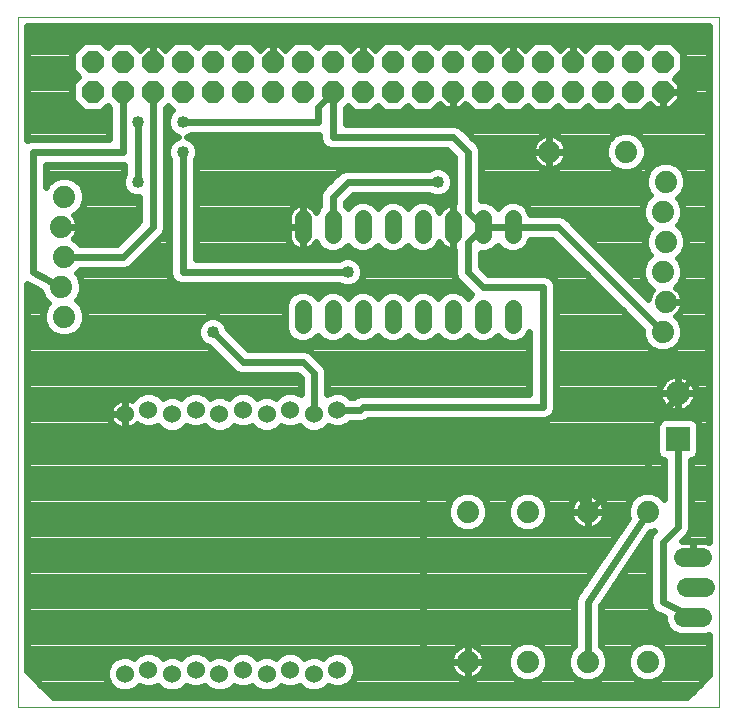
<source format=gtl>
G75*
%MOIN*%
%OFA0B0*%
%FSLAX25Y25*%
%IPPOS*%
%LPD*%
%AMOC8*
5,1,8,0,0,1.08239X$1,22.5*
%
%ADD10C,0.00000*%
%ADD11C,0.07400*%
%ADD12C,0.05600*%
%ADD13OC8,0.07400*%
%ADD14R,0.08000X0.08000*%
%ADD15C,0.08000*%
%ADD16C,0.06400*%
%ADD17C,0.06000*%
%ADD18C,0.02400*%
%ADD19C,0.04000*%
D10*
X0002200Y0002200D02*
X0002200Y0232161D01*
X0235901Y0232161D01*
X0235901Y0002200D01*
X0002200Y0002200D01*
D11*
X0017700Y0132200D03*
X0016700Y0142200D03*
X0017700Y0152200D03*
X0016700Y0162200D03*
X0017700Y0172200D03*
X0152200Y0067200D03*
X0172200Y0067200D03*
X0192200Y0067200D03*
X0212200Y0067200D03*
X0212200Y0017200D03*
X0192200Y0017200D03*
X0172200Y0017200D03*
X0152200Y0017200D03*
X0217200Y0127200D03*
X0218200Y0137200D03*
X0217200Y0147200D03*
X0218200Y0157200D03*
X0217200Y0167200D03*
X0218200Y0177200D03*
X0204995Y0187200D03*
X0179405Y0187200D03*
D12*
X0167200Y0165000D02*
X0167200Y0159400D01*
X0157200Y0159400D02*
X0157200Y0165000D01*
X0147200Y0165000D02*
X0147200Y0159400D01*
X0137200Y0159400D02*
X0137200Y0165000D01*
X0127200Y0165000D02*
X0127200Y0159400D01*
X0117200Y0159400D02*
X0117200Y0165000D01*
X0107200Y0165000D02*
X0107200Y0159400D01*
X0097200Y0159400D02*
X0097200Y0165000D01*
X0097200Y0135000D02*
X0097200Y0129400D01*
X0107200Y0129400D02*
X0107200Y0135000D01*
X0117200Y0135000D02*
X0117200Y0129400D01*
X0127200Y0129400D02*
X0127200Y0135000D01*
X0137200Y0135000D02*
X0137200Y0129400D01*
X0147200Y0129400D02*
X0147200Y0135000D01*
X0157200Y0135000D02*
X0157200Y0129400D01*
X0167200Y0129400D02*
X0167200Y0135000D01*
D13*
X0167200Y0207200D03*
X0167200Y0217200D03*
X0157200Y0217200D03*
X0157200Y0207200D03*
X0147200Y0207200D03*
X0147200Y0217200D03*
X0137200Y0217200D03*
X0137200Y0207200D03*
X0127200Y0207200D03*
X0127200Y0217200D03*
X0117200Y0217200D03*
X0117200Y0207200D03*
X0107200Y0207200D03*
X0107200Y0217200D03*
X0097200Y0217200D03*
X0097200Y0207200D03*
X0087200Y0207200D03*
X0087200Y0217200D03*
X0077200Y0217200D03*
X0077200Y0207200D03*
X0067200Y0207200D03*
X0067200Y0217200D03*
X0057200Y0217200D03*
X0057200Y0207200D03*
X0047200Y0207200D03*
X0047200Y0217200D03*
X0037200Y0217200D03*
X0037200Y0207200D03*
X0027200Y0207200D03*
X0027200Y0217200D03*
X0177200Y0217200D03*
X0177200Y0207200D03*
X0187200Y0207200D03*
X0187200Y0217200D03*
X0197200Y0217200D03*
X0197200Y0207200D03*
X0207200Y0207200D03*
X0207200Y0217200D03*
X0217200Y0217200D03*
X0217200Y0207200D03*
D14*
X0222200Y0091500D03*
D15*
X0222200Y0106680D03*
D16*
X0224000Y0052200D02*
X0230400Y0052200D01*
X0231400Y0042200D02*
X0225000Y0042200D01*
X0224000Y0032200D02*
X0230400Y0032200D01*
D17*
X0108814Y0014593D03*
X0100940Y0013193D03*
X0093066Y0014593D03*
X0085192Y0013193D03*
X0077318Y0014593D03*
X0069444Y0013193D03*
X0061570Y0014593D03*
X0053696Y0013193D03*
X0045822Y0014593D03*
X0037948Y0013193D03*
X0037948Y0099807D03*
X0045822Y0101207D03*
X0053696Y0099807D03*
X0061570Y0101207D03*
X0069444Y0099807D03*
X0077318Y0101207D03*
X0085192Y0099807D03*
X0093066Y0101207D03*
X0100940Y0099807D03*
X0108814Y0101207D03*
D18*
X0116207Y0101207D01*
X0117200Y0102200D01*
X0177200Y0102200D01*
X0177200Y0142200D01*
X0157200Y0142200D01*
X0152200Y0147200D01*
X0152200Y0157200D01*
X0157200Y0162200D01*
X0152200Y0167200D01*
X0152200Y0187200D01*
X0147200Y0192200D01*
X0107200Y0192200D01*
X0107200Y0207200D01*
X0102200Y0202200D01*
X0102200Y0197200D01*
X0057200Y0197200D01*
X0053644Y0200998D02*
X0052792Y0200146D01*
X0052000Y0198234D01*
X0052000Y0196166D01*
X0052792Y0194254D01*
X0054254Y0192792D01*
X0055683Y0192200D01*
X0054254Y0191608D01*
X0052792Y0190146D01*
X0052000Y0188234D01*
X0052000Y0186166D01*
X0052792Y0184254D01*
X0052800Y0184246D01*
X0052800Y0146325D01*
X0053470Y0144708D01*
X0054708Y0143470D01*
X0056325Y0142800D01*
X0109246Y0142800D01*
X0109254Y0142792D01*
X0111166Y0142000D01*
X0113234Y0142000D01*
X0115146Y0142792D01*
X0116608Y0144254D01*
X0117400Y0146166D01*
X0117400Y0148234D01*
X0116608Y0150146D01*
X0115146Y0151608D01*
X0113234Y0152400D01*
X0111166Y0152400D01*
X0109254Y0151608D01*
X0109246Y0151600D01*
X0061600Y0151600D01*
X0061600Y0184246D01*
X0061608Y0184254D01*
X0062400Y0186166D01*
X0062400Y0188234D01*
X0061608Y0190146D01*
X0060146Y0191608D01*
X0058717Y0192200D01*
X0060146Y0192792D01*
X0060154Y0192800D01*
X0102800Y0192800D01*
X0102800Y0191325D01*
X0103470Y0189708D01*
X0104708Y0188470D01*
X0106325Y0187800D01*
X0145377Y0187800D01*
X0147800Y0185377D01*
X0147800Y0169967D01*
X0147594Y0170000D01*
X0147200Y0170000D01*
X0147200Y0162200D01*
X0147200Y0162200D01*
X0147200Y0154400D01*
X0147594Y0154400D01*
X0147800Y0154433D01*
X0147800Y0146325D01*
X0148470Y0144708D01*
X0153446Y0139731D01*
X0152200Y0138485D01*
X0150599Y0140087D01*
X0148393Y0141000D01*
X0146007Y0141000D01*
X0143801Y0140087D01*
X0142200Y0138485D01*
X0140599Y0140087D01*
X0138393Y0141000D01*
X0136007Y0141000D01*
X0133801Y0140087D01*
X0132200Y0138485D01*
X0130599Y0140087D01*
X0128393Y0141000D01*
X0126007Y0141000D01*
X0123801Y0140087D01*
X0122200Y0138485D01*
X0120599Y0140087D01*
X0118393Y0141000D01*
X0116007Y0141000D01*
X0113801Y0140087D01*
X0112200Y0138485D01*
X0110599Y0140087D01*
X0108393Y0141000D01*
X0106007Y0141000D01*
X0103801Y0140087D01*
X0102200Y0138485D01*
X0100599Y0140087D01*
X0098393Y0141000D01*
X0096007Y0141000D01*
X0093801Y0140087D01*
X0092113Y0138399D01*
X0091200Y0136193D01*
X0091200Y0128207D01*
X0092113Y0126001D01*
X0093801Y0124313D01*
X0096007Y0123400D01*
X0098393Y0123400D01*
X0100599Y0124313D01*
X0102200Y0125915D01*
X0103801Y0124313D01*
X0106007Y0123400D01*
X0108393Y0123400D01*
X0110599Y0124313D01*
X0112200Y0125915D01*
X0113801Y0124313D01*
X0116007Y0123400D01*
X0118393Y0123400D01*
X0120599Y0124313D01*
X0122200Y0125915D01*
X0123801Y0124313D01*
X0126007Y0123400D01*
X0128393Y0123400D01*
X0130599Y0124313D01*
X0132200Y0125915D01*
X0133801Y0124313D01*
X0136007Y0123400D01*
X0138393Y0123400D01*
X0140599Y0124313D01*
X0142200Y0125915D01*
X0143801Y0124313D01*
X0146007Y0123400D01*
X0148393Y0123400D01*
X0150599Y0124313D01*
X0152200Y0125915D01*
X0153801Y0124313D01*
X0156007Y0123400D01*
X0158393Y0123400D01*
X0160599Y0124313D01*
X0162200Y0125915D01*
X0163801Y0124313D01*
X0166007Y0123400D01*
X0168393Y0123400D01*
X0170599Y0124313D01*
X0172287Y0126001D01*
X0172800Y0127241D01*
X0172800Y0106600D01*
X0116325Y0106600D01*
X0114708Y0105930D01*
X0114385Y0105607D01*
X0113182Y0105607D01*
X0112326Y0106463D01*
X0110047Y0107407D01*
X0107581Y0107407D01*
X0105340Y0106479D01*
X0105340Y0114335D01*
X0104670Y0115952D01*
X0103433Y0117190D01*
X0099692Y0120930D01*
X0098075Y0121600D01*
X0079023Y0121600D01*
X0072400Y0128223D01*
X0072400Y0128234D01*
X0071608Y0130146D01*
X0070146Y0131608D01*
X0068234Y0132400D01*
X0066166Y0132400D01*
X0064254Y0131608D01*
X0062792Y0130146D01*
X0062000Y0128234D01*
X0062000Y0126166D01*
X0062792Y0124254D01*
X0064254Y0122792D01*
X0066166Y0122000D01*
X0066177Y0122000D01*
X0073470Y0114708D01*
X0074708Y0113470D01*
X0076325Y0112800D01*
X0095377Y0112800D01*
X0096540Y0111637D01*
X0096540Y0106479D01*
X0094299Y0107407D01*
X0091833Y0107407D01*
X0089554Y0106463D01*
X0088315Y0105224D01*
X0086425Y0106007D01*
X0083959Y0106007D01*
X0082069Y0105224D01*
X0080830Y0106463D01*
X0078551Y0107407D01*
X0076085Y0107407D01*
X0073806Y0106463D01*
X0072567Y0105224D01*
X0070677Y0106007D01*
X0068211Y0106007D01*
X0066321Y0105224D01*
X0065082Y0106463D01*
X0062803Y0107407D01*
X0060337Y0107407D01*
X0058058Y0106463D01*
X0056819Y0105224D01*
X0054929Y0106007D01*
X0052463Y0106007D01*
X0050573Y0105224D01*
X0049334Y0106463D01*
X0047055Y0107407D01*
X0044589Y0107407D01*
X0042310Y0106463D01*
X0040566Y0104719D01*
X0040426Y0104381D01*
X0039944Y0104626D01*
X0039166Y0104879D01*
X0038357Y0105007D01*
X0037948Y0105007D01*
X0037539Y0105007D01*
X0036730Y0104879D01*
X0035952Y0104626D01*
X0035223Y0104255D01*
X0034560Y0103773D01*
X0033982Y0103195D01*
X0033501Y0102532D01*
X0033129Y0101803D01*
X0032876Y0101025D01*
X0032748Y0100216D01*
X0032748Y0099807D01*
X0032748Y0099398D01*
X0032876Y0098589D01*
X0033129Y0097811D01*
X0033501Y0097082D01*
X0033982Y0096420D01*
X0034560Y0095841D01*
X0035223Y0095360D01*
X0035952Y0094988D01*
X0036730Y0094735D01*
X0037539Y0094607D01*
X0037948Y0094607D01*
X0037948Y0099807D01*
X0037948Y0099807D01*
X0037948Y0094607D01*
X0038357Y0094607D01*
X0039166Y0094735D01*
X0039944Y0094988D01*
X0040673Y0095360D01*
X0041336Y0095841D01*
X0041878Y0096383D01*
X0042310Y0095951D01*
X0044589Y0095007D01*
X0047055Y0095007D01*
X0048945Y0095790D01*
X0050184Y0094551D01*
X0052463Y0093607D01*
X0054929Y0093607D01*
X0057208Y0094551D01*
X0058447Y0095790D01*
X0060337Y0095007D01*
X0062803Y0095007D01*
X0064693Y0095790D01*
X0065932Y0094551D01*
X0068211Y0093607D01*
X0070677Y0093607D01*
X0072956Y0094551D01*
X0074195Y0095790D01*
X0076085Y0095007D01*
X0078551Y0095007D01*
X0080441Y0095790D01*
X0081680Y0094551D01*
X0083959Y0093607D01*
X0086425Y0093607D01*
X0088704Y0094551D01*
X0089943Y0095790D01*
X0091833Y0095007D01*
X0094299Y0095007D01*
X0096189Y0095790D01*
X0097428Y0094551D01*
X0099707Y0093607D01*
X0102173Y0093607D01*
X0104452Y0094551D01*
X0105691Y0095790D01*
X0107581Y0095007D01*
X0110047Y0095007D01*
X0112326Y0095951D01*
X0113182Y0096807D01*
X0117082Y0096807D01*
X0118699Y0097477D01*
X0119023Y0097800D01*
X0178075Y0097800D01*
X0179692Y0098470D01*
X0180930Y0099708D01*
X0181600Y0101325D01*
X0181600Y0143075D01*
X0180930Y0144692D01*
X0179692Y0145930D01*
X0178075Y0146600D01*
X0159023Y0146600D01*
X0156600Y0149023D01*
X0156600Y0153400D01*
X0158393Y0153400D01*
X0160599Y0154313D01*
X0162200Y0155915D01*
X0163801Y0154313D01*
X0166007Y0153400D01*
X0168393Y0153400D01*
X0170599Y0154313D01*
X0172287Y0156001D01*
X0173032Y0157800D01*
X0180377Y0157800D01*
X0210300Y0127877D01*
X0210300Y0125827D01*
X0211350Y0123291D01*
X0213291Y0121350D01*
X0215827Y0120300D01*
X0218572Y0120300D01*
X0221109Y0121350D01*
X0223050Y0123291D01*
X0224100Y0125827D01*
X0224100Y0128572D01*
X0223050Y0131109D01*
X0221705Y0132453D01*
X0222044Y0132700D01*
X0222700Y0133356D01*
X0223246Y0134108D01*
X0223668Y0134935D01*
X0223955Y0135818D01*
X0224100Y0136736D01*
X0224100Y0137200D01*
X0224100Y0137664D01*
X0223955Y0138582D01*
X0223668Y0139465D01*
X0223246Y0140292D01*
X0222700Y0141044D01*
X0222044Y0141700D01*
X0221705Y0141947D01*
X0223050Y0143291D01*
X0224100Y0145827D01*
X0224100Y0148572D01*
X0223050Y0151109D01*
X0222458Y0151700D01*
X0224050Y0153291D01*
X0225100Y0155827D01*
X0225100Y0158572D01*
X0224050Y0161109D01*
X0222458Y0162700D01*
X0223050Y0163291D01*
X0224100Y0165827D01*
X0224100Y0168572D01*
X0223050Y0171109D01*
X0222458Y0171700D01*
X0224050Y0173291D01*
X0225100Y0175827D01*
X0225100Y0178572D01*
X0224050Y0181109D01*
X0222109Y0183050D01*
X0219572Y0184100D01*
X0216827Y0184100D01*
X0214291Y0183050D01*
X0212350Y0181109D01*
X0211300Y0178572D01*
X0211300Y0175827D01*
X0212350Y0173291D01*
X0212942Y0172700D01*
X0211350Y0171109D01*
X0210300Y0168572D01*
X0210300Y0165827D01*
X0211350Y0163291D01*
X0212942Y0161700D01*
X0212350Y0161109D01*
X0211300Y0158572D01*
X0211300Y0155827D01*
X0212350Y0153291D01*
X0212942Y0152700D01*
X0211350Y0151109D01*
X0210300Y0148572D01*
X0210300Y0145827D01*
X0211350Y0143291D01*
X0213291Y0141350D01*
X0213797Y0141141D01*
X0213700Y0141044D01*
X0213154Y0140292D01*
X0212732Y0139465D01*
X0212445Y0138582D01*
X0212390Y0138233D01*
X0185930Y0164692D01*
X0184692Y0165930D01*
X0183075Y0166600D01*
X0173032Y0166600D01*
X0172287Y0168399D01*
X0170599Y0170087D01*
X0168393Y0171000D01*
X0166007Y0171000D01*
X0163801Y0170087D01*
X0162200Y0168485D01*
X0160599Y0170087D01*
X0158393Y0171000D01*
X0156600Y0171000D01*
X0156600Y0188075D01*
X0155930Y0189692D01*
X0150930Y0194692D01*
X0149692Y0195930D01*
X0148075Y0196600D01*
X0111600Y0196600D01*
X0111600Y0201842D01*
X0112200Y0202442D01*
X0114342Y0200300D01*
X0120058Y0200300D01*
X0122200Y0202442D01*
X0124342Y0200300D01*
X0130058Y0200300D01*
X0132200Y0202442D01*
X0134342Y0200300D01*
X0140058Y0200300D01*
X0142907Y0203149D01*
X0144756Y0201300D01*
X0147200Y0201300D01*
X0149644Y0201300D01*
X0151493Y0203149D01*
X0154342Y0200300D01*
X0160058Y0200300D01*
X0162200Y0202442D01*
X0164342Y0200300D01*
X0170058Y0200300D01*
X0172200Y0202442D01*
X0174342Y0200300D01*
X0180058Y0200300D01*
X0182200Y0202442D01*
X0184342Y0200300D01*
X0190058Y0200300D01*
X0192200Y0202442D01*
X0194342Y0200300D01*
X0200058Y0200300D01*
X0202200Y0202442D01*
X0204342Y0200300D01*
X0210058Y0200300D01*
X0212907Y0203149D01*
X0214756Y0201300D01*
X0217200Y0201300D01*
X0219644Y0201300D01*
X0223100Y0204756D01*
X0223100Y0207200D01*
X0223100Y0209644D01*
X0221251Y0211493D01*
X0224100Y0214342D01*
X0224100Y0220058D01*
X0220058Y0224100D01*
X0214342Y0224100D01*
X0212200Y0221958D01*
X0210058Y0224100D01*
X0204342Y0224100D01*
X0202200Y0221958D01*
X0200058Y0224100D01*
X0194342Y0224100D01*
X0191493Y0221251D01*
X0189644Y0223100D01*
X0187200Y0223100D01*
X0187200Y0217200D01*
X0187200Y0217200D01*
X0187200Y0223100D01*
X0184756Y0223100D01*
X0182907Y0221251D01*
X0180058Y0224100D01*
X0174342Y0224100D01*
X0171493Y0221251D01*
X0169644Y0223100D01*
X0167200Y0223100D01*
X0167200Y0217200D01*
X0167200Y0217200D01*
X0167200Y0223100D01*
X0164756Y0223100D01*
X0162907Y0221251D01*
X0160058Y0224100D01*
X0154342Y0224100D01*
X0152200Y0221958D01*
X0150058Y0224100D01*
X0144342Y0224100D01*
X0142200Y0221958D01*
X0140058Y0224100D01*
X0134342Y0224100D01*
X0132200Y0221958D01*
X0130058Y0224100D01*
X0124342Y0224100D01*
X0121493Y0221251D01*
X0119644Y0223100D01*
X0117200Y0223100D01*
X0117200Y0217200D01*
X0117200Y0217200D01*
X0117200Y0223100D01*
X0114756Y0223100D01*
X0112907Y0221251D01*
X0110058Y0224100D01*
X0104342Y0224100D01*
X0102200Y0221958D01*
X0100058Y0224100D01*
X0094342Y0224100D01*
X0091493Y0221251D01*
X0089644Y0223100D01*
X0087200Y0223100D01*
X0087200Y0217200D01*
X0087200Y0217200D01*
X0087200Y0223100D01*
X0084756Y0223100D01*
X0082907Y0221251D01*
X0080058Y0224100D01*
X0074342Y0224100D01*
X0072200Y0221958D01*
X0070058Y0224100D01*
X0064342Y0224100D01*
X0062200Y0221958D01*
X0060058Y0224100D01*
X0054342Y0224100D01*
X0051493Y0221251D01*
X0049644Y0223100D01*
X0047200Y0223100D01*
X0047200Y0217200D01*
X0047200Y0217200D01*
X0047200Y0223100D01*
X0044756Y0223100D01*
X0042907Y0221251D01*
X0040058Y0224100D01*
X0034342Y0224100D01*
X0032200Y0221958D01*
X0030058Y0224100D01*
X0024342Y0224100D01*
X0020300Y0220058D01*
X0020300Y0214342D01*
X0022442Y0212200D01*
X0020300Y0210058D01*
X0020300Y0204342D01*
X0024342Y0200300D01*
X0030058Y0200300D01*
X0032200Y0202442D01*
X0032800Y0201842D01*
X0032800Y0191600D01*
X0006325Y0191600D01*
X0005400Y0191217D01*
X0005400Y0228961D01*
X0232701Y0228961D01*
X0232701Y0057088D01*
X0232473Y0057204D01*
X0231665Y0057467D01*
X0230825Y0057600D01*
X0227200Y0057600D01*
X0227200Y0052200D01*
X0227200Y0052200D01*
X0227200Y0057600D01*
X0223823Y0057600D01*
X0224692Y0058470D01*
X0225930Y0059708D01*
X0226600Y0061325D01*
X0226600Y0084300D01*
X0226837Y0084300D01*
X0228013Y0084787D01*
X0228913Y0085687D01*
X0229400Y0086863D01*
X0229400Y0096137D01*
X0228913Y0097313D01*
X0228013Y0098213D01*
X0226837Y0098700D01*
X0217563Y0098700D01*
X0216387Y0098213D01*
X0215487Y0097313D01*
X0215000Y0096137D01*
X0215000Y0086863D01*
X0215487Y0085687D01*
X0216387Y0084787D01*
X0217563Y0084300D01*
X0217800Y0084300D01*
X0217800Y0071358D01*
X0216109Y0073050D01*
X0213572Y0074100D01*
X0210827Y0074100D01*
X0208291Y0073050D01*
X0206350Y0071109D01*
X0205300Y0068572D01*
X0205300Y0065827D01*
X0205567Y0065183D01*
X0188781Y0040003D01*
X0188470Y0039692D01*
X0188300Y0039282D01*
X0188053Y0038912D01*
X0187968Y0038481D01*
X0187800Y0038075D01*
X0187800Y0037631D01*
X0187714Y0037195D01*
X0187800Y0036764D01*
X0187800Y0022558D01*
X0186350Y0021109D01*
X0185300Y0018572D01*
X0185300Y0015827D01*
X0186350Y0013291D01*
X0188291Y0011350D01*
X0190827Y0010300D01*
X0193572Y0010300D01*
X0196109Y0011350D01*
X0198050Y0013291D01*
X0199100Y0015827D01*
X0199100Y0018572D01*
X0198050Y0021109D01*
X0196600Y0022558D01*
X0196600Y0035868D01*
X0212888Y0060300D01*
X0213572Y0060300D01*
X0214435Y0060657D01*
X0213470Y0059692D01*
X0212800Y0058075D01*
X0212800Y0037356D01*
X0212749Y0036639D01*
X0212800Y0036486D01*
X0212800Y0036325D01*
X0213075Y0035660D01*
X0213303Y0034978D01*
X0213408Y0034857D01*
X0213470Y0034708D01*
X0213978Y0034199D01*
X0214449Y0033656D01*
X0214594Y0033584D01*
X0196600Y0033584D01*
X0196600Y0031185D02*
X0217600Y0031185D01*
X0217600Y0030927D02*
X0218574Y0028575D01*
X0220375Y0026774D01*
X0222727Y0025800D01*
X0231673Y0025800D01*
X0232701Y0026226D01*
X0232701Y0012701D01*
X0225400Y0005400D01*
X0014000Y0005400D01*
X0005400Y0014000D01*
X0005400Y0143175D01*
X0009800Y0140859D01*
X0009800Y0140827D01*
X0010850Y0138291D01*
X0012442Y0136700D01*
X0011850Y0136109D01*
X0010800Y0133572D01*
X0010800Y0130827D01*
X0011850Y0128291D01*
X0013791Y0126350D01*
X0016327Y0125300D01*
X0019072Y0125300D01*
X0021609Y0126350D01*
X0023550Y0128291D01*
X0024600Y0130827D01*
X0024600Y0133572D01*
X0023550Y0136109D01*
X0021958Y0137700D01*
X0022550Y0138291D01*
X0023600Y0140827D01*
X0023600Y0143572D01*
X0022550Y0146109D01*
X0021958Y0146700D01*
X0023058Y0147800D01*
X0038075Y0147800D01*
X0039692Y0148470D01*
X0049692Y0158470D01*
X0050930Y0159708D01*
X0051600Y0161325D01*
X0051600Y0201842D01*
X0052200Y0202442D01*
X0053644Y0200998D01*
X0053163Y0201479D02*
X0051600Y0201479D01*
X0051600Y0199081D02*
X0052351Y0199081D01*
X0052000Y0196682D02*
X0051600Y0196682D01*
X0051600Y0194284D02*
X0052779Y0194284D01*
X0051600Y0191885D02*
X0054923Y0191885D01*
X0052519Y0189487D02*
X0051600Y0189487D01*
X0051600Y0187088D02*
X0052000Y0187088D01*
X0051600Y0184690D02*
X0052611Y0184690D01*
X0052800Y0182291D02*
X0051600Y0182291D01*
X0051600Y0179893D02*
X0052800Y0179893D01*
X0052800Y0177494D02*
X0051600Y0177494D01*
X0051600Y0175096D02*
X0052800Y0175096D01*
X0052800Y0172697D02*
X0051600Y0172697D01*
X0051600Y0170299D02*
X0052800Y0170299D01*
X0052800Y0167900D02*
X0051600Y0167900D01*
X0051600Y0165502D02*
X0052800Y0165502D01*
X0052800Y0163103D02*
X0051600Y0163103D01*
X0051343Y0160705D02*
X0052800Y0160705D01*
X0052800Y0158306D02*
X0049529Y0158306D01*
X0047130Y0155908D02*
X0052800Y0155908D01*
X0052800Y0153509D02*
X0044732Y0153509D01*
X0042333Y0151111D02*
X0052800Y0151111D01*
X0052800Y0148712D02*
X0039935Y0148712D01*
X0037200Y0152200D02*
X0047200Y0162200D01*
X0047200Y0207200D01*
X0037200Y0207200D02*
X0037200Y0187200D01*
X0007200Y0187200D01*
X0007200Y0147200D01*
X0016700Y0142200D01*
X0010508Y0139118D02*
X0005400Y0139118D01*
X0005400Y0136720D02*
X0012422Y0136720D01*
X0011110Y0134321D02*
X0005400Y0134321D01*
X0005400Y0131923D02*
X0010800Y0131923D01*
X0011340Y0129524D02*
X0005400Y0129524D01*
X0005400Y0127126D02*
X0013016Y0127126D01*
X0005400Y0124727D02*
X0062596Y0124727D01*
X0062000Y0127126D02*
X0022384Y0127126D01*
X0024060Y0129524D02*
X0062534Y0129524D01*
X0065013Y0131923D02*
X0024600Y0131923D01*
X0024290Y0134321D02*
X0091200Y0134321D01*
X0091200Y0131923D02*
X0069387Y0131923D01*
X0071866Y0129524D02*
X0091200Y0129524D01*
X0091648Y0127126D02*
X0073497Y0127126D01*
X0075895Y0124727D02*
X0093388Y0124727D01*
X0101012Y0124727D02*
X0103388Y0124727D01*
X0100692Y0119930D02*
X0172800Y0119930D01*
X0172800Y0117532D02*
X0103091Y0117532D01*
X0105010Y0115133D02*
X0172800Y0115133D01*
X0172800Y0112734D02*
X0105340Y0112734D01*
X0105340Y0110336D02*
X0172800Y0110336D01*
X0172800Y0107937D02*
X0105340Y0107937D01*
X0100940Y0113460D02*
X0100940Y0099807D01*
X0096540Y0107937D02*
X0005400Y0107937D01*
X0005400Y0105539D02*
X0041386Y0105539D01*
X0037948Y0105007D02*
X0037948Y0099807D01*
X0032748Y0099807D01*
X0037948Y0099807D01*
X0037948Y0099807D01*
X0037948Y0105007D01*
X0037948Y0103140D02*
X0037948Y0103140D01*
X0037948Y0100742D02*
X0037948Y0100742D01*
X0037948Y0099807D02*
X0037948Y0099807D01*
X0037948Y0098343D02*
X0037948Y0098343D01*
X0037948Y0095945D02*
X0037948Y0095945D01*
X0034456Y0095945D02*
X0005400Y0095945D01*
X0005400Y0098343D02*
X0032956Y0098343D01*
X0032831Y0100742D02*
X0005400Y0100742D01*
X0005400Y0103140D02*
X0033942Y0103140D01*
X0041440Y0095945D02*
X0042325Y0095945D01*
X0050258Y0105539D02*
X0051333Y0105539D01*
X0056059Y0105539D02*
X0057134Y0105539D01*
X0066006Y0105539D02*
X0067081Y0105539D01*
X0071807Y0105539D02*
X0072882Y0105539D01*
X0081754Y0105539D02*
X0082829Y0105539D01*
X0087555Y0105539D02*
X0088630Y0105539D01*
X0096540Y0110336D02*
X0005400Y0110336D01*
X0005400Y0112734D02*
X0095443Y0112734D01*
X0097200Y0117200D02*
X0100940Y0113460D01*
X0097200Y0117200D02*
X0077200Y0117200D01*
X0067200Y0127200D01*
X0065372Y0122329D02*
X0005400Y0122329D01*
X0005400Y0119930D02*
X0068247Y0119930D01*
X0070646Y0117532D02*
X0005400Y0117532D01*
X0005400Y0115133D02*
X0073044Y0115133D01*
X0078294Y0122329D02*
X0172800Y0122329D01*
X0172800Y0124727D02*
X0171012Y0124727D01*
X0172752Y0127126D02*
X0172800Y0127126D01*
X0181600Y0127126D02*
X0210300Y0127126D01*
X0210756Y0124727D02*
X0181600Y0124727D01*
X0181600Y0122329D02*
X0212313Y0122329D01*
X0217200Y0127200D02*
X0182200Y0162200D01*
X0167200Y0162200D01*
X0157200Y0162200D01*
X0162193Y0155908D02*
X0162207Y0155908D01*
X0165743Y0153509D02*
X0158657Y0153509D01*
X0156600Y0151111D02*
X0187067Y0151111D01*
X0184668Y0153509D02*
X0168657Y0153509D01*
X0172193Y0155908D02*
X0182270Y0155908D01*
X0187519Y0163103D02*
X0211539Y0163103D01*
X0212183Y0160705D02*
X0189918Y0160705D01*
X0192316Y0158306D02*
X0211300Y0158306D01*
X0211300Y0155908D02*
X0194715Y0155908D01*
X0197113Y0153509D02*
X0212260Y0153509D01*
X0211353Y0151111D02*
X0199512Y0151111D01*
X0201910Y0148712D02*
X0210358Y0148712D01*
X0210300Y0146314D02*
X0204309Y0146314D01*
X0206707Y0143915D02*
X0211092Y0143915D01*
X0209106Y0141517D02*
X0213125Y0141517D01*
X0212620Y0139118D02*
X0211504Y0139118D01*
X0218200Y0137200D02*
X0224100Y0137200D01*
X0218200Y0137200D01*
X0218200Y0137200D01*
X0222227Y0141517D02*
X0232701Y0141517D01*
X0232701Y0143915D02*
X0223308Y0143915D01*
X0224100Y0146314D02*
X0232701Y0146314D01*
X0232701Y0148712D02*
X0224042Y0148712D01*
X0223047Y0151111D02*
X0232701Y0151111D01*
X0232701Y0153509D02*
X0224140Y0153509D01*
X0225100Y0155908D02*
X0232701Y0155908D01*
X0232701Y0158306D02*
X0225100Y0158306D01*
X0224217Y0160705D02*
X0232701Y0160705D01*
X0232701Y0163103D02*
X0222861Y0163103D01*
X0223965Y0165502D02*
X0232701Y0165502D01*
X0232701Y0167900D02*
X0224100Y0167900D01*
X0223385Y0170299D02*
X0232701Y0170299D01*
X0232701Y0172697D02*
X0223455Y0172697D01*
X0224797Y0175096D02*
X0232701Y0175096D01*
X0232701Y0177494D02*
X0225100Y0177494D01*
X0224553Y0179893D02*
X0232701Y0179893D01*
X0232701Y0182291D02*
X0222867Y0182291D01*
X0213533Y0182291D02*
X0209845Y0182291D01*
X0208904Y0181350D02*
X0210845Y0183291D01*
X0211895Y0185827D01*
X0211895Y0188572D01*
X0210845Y0191109D01*
X0208904Y0193050D01*
X0206368Y0194100D01*
X0203623Y0194100D01*
X0201087Y0193050D01*
X0199146Y0191109D01*
X0198095Y0188572D01*
X0198095Y0185827D01*
X0199146Y0183291D01*
X0201087Y0181350D01*
X0203623Y0180300D01*
X0206368Y0180300D01*
X0208904Y0181350D01*
X0211424Y0184690D02*
X0232701Y0184690D01*
X0232701Y0187088D02*
X0211895Y0187088D01*
X0211517Y0189487D02*
X0232701Y0189487D01*
X0232701Y0191885D02*
X0210068Y0191885D01*
X0211237Y0201479D02*
X0214577Y0201479D01*
X0217200Y0201479D02*
X0217200Y0201479D01*
X0217200Y0201300D02*
X0217200Y0207200D01*
X0227200Y0207200D01*
X0232200Y0202200D01*
X0232200Y0116680D01*
X0222200Y0106680D01*
X0222200Y0112880D01*
X0221712Y0112880D01*
X0220748Y0112727D01*
X0219820Y0112425D01*
X0218950Y0111982D01*
X0218161Y0111409D01*
X0217471Y0110719D01*
X0216897Y0109929D01*
X0216454Y0109059D01*
X0216153Y0108131D01*
X0216000Y0107167D01*
X0216000Y0106680D01*
X0222200Y0106680D01*
X0222200Y0106680D01*
X0222200Y0112880D01*
X0222688Y0112880D01*
X0223652Y0112727D01*
X0224580Y0112425D01*
X0225450Y0111982D01*
X0226239Y0111409D01*
X0226929Y0110719D01*
X0227503Y0109929D01*
X0227946Y0109059D01*
X0228247Y0108131D01*
X0228400Y0107167D01*
X0228400Y0106680D01*
X0222200Y0106680D01*
X0222200Y0106679D01*
X0222200Y0100480D01*
X0222200Y0106679D01*
X0222200Y0106679D01*
X0216000Y0106679D01*
X0216000Y0106192D01*
X0216153Y0105228D01*
X0216454Y0104300D01*
X0216897Y0103430D01*
X0217471Y0102640D01*
X0218161Y0101950D01*
X0218950Y0101377D01*
X0219820Y0100934D01*
X0220748Y0100632D01*
X0221712Y0100480D01*
X0222200Y0100480D01*
X0222688Y0100480D01*
X0223652Y0100632D01*
X0224580Y0100934D01*
X0225450Y0101377D01*
X0226239Y0101950D01*
X0226929Y0102640D01*
X0227503Y0103430D01*
X0227946Y0104300D01*
X0228247Y0105228D01*
X0228400Y0106192D01*
X0228400Y0106679D01*
X0222200Y0106679D01*
X0222200Y0106680D01*
X0212200Y0092200D01*
X0212200Y0077200D01*
X0202200Y0077200D01*
X0192200Y0067200D01*
X0187200Y0077200D01*
X0137200Y0077200D01*
X0137200Y0017200D01*
X0152200Y0017200D01*
X0152200Y0017200D01*
X0152200Y0023100D01*
X0152664Y0023100D01*
X0153582Y0022955D01*
X0154465Y0022668D01*
X0155292Y0022246D01*
X0156044Y0021700D01*
X0156700Y0021044D01*
X0157246Y0020292D01*
X0157668Y0019465D01*
X0157955Y0018582D01*
X0158100Y0017664D01*
X0158100Y0017200D01*
X0152200Y0017200D01*
X0152200Y0017200D01*
X0152200Y0017200D01*
X0146300Y0017200D01*
X0146300Y0017664D01*
X0146445Y0018582D01*
X0146732Y0019465D01*
X0147154Y0020292D01*
X0147700Y0021044D01*
X0148356Y0021700D01*
X0149108Y0022246D01*
X0149935Y0022668D01*
X0150818Y0022955D01*
X0151736Y0023100D01*
X0152200Y0023100D01*
X0152200Y0017200D01*
X0158100Y0017200D01*
X0158100Y0016736D01*
X0157955Y0015818D01*
X0157668Y0014935D01*
X0157246Y0014108D01*
X0156700Y0013356D01*
X0156044Y0012700D01*
X0155292Y0012154D01*
X0154465Y0011732D01*
X0153582Y0011445D01*
X0152664Y0011300D01*
X0152200Y0011300D01*
X0152200Y0017200D01*
X0152200Y0017200D01*
X0146300Y0017200D01*
X0146300Y0016736D01*
X0146445Y0015818D01*
X0146732Y0014935D01*
X0147154Y0014108D01*
X0147700Y0013356D01*
X0148356Y0012700D01*
X0149108Y0012154D01*
X0149935Y0011732D01*
X0150818Y0011445D01*
X0151736Y0011300D01*
X0152200Y0011300D01*
X0152200Y0017200D01*
X0152200Y0016794D02*
X0152200Y0016794D01*
X0152200Y0014396D02*
X0152200Y0014396D01*
X0152200Y0011997D02*
X0152200Y0011997D01*
X0154984Y0011997D02*
X0167645Y0011997D01*
X0168291Y0011350D02*
X0166350Y0013291D01*
X0165300Y0015827D01*
X0165300Y0018572D01*
X0166350Y0021109D01*
X0168291Y0023050D01*
X0170827Y0024100D01*
X0173572Y0024100D01*
X0176109Y0023050D01*
X0178050Y0021109D01*
X0179100Y0018572D01*
X0179100Y0015827D01*
X0178050Y0013291D01*
X0176109Y0011350D01*
X0173572Y0010300D01*
X0170827Y0010300D01*
X0168291Y0011350D01*
X0165893Y0014396D02*
X0157393Y0014396D01*
X0158100Y0016794D02*
X0165300Y0016794D01*
X0165557Y0019193D02*
X0157756Y0019193D01*
X0156153Y0021591D02*
X0166833Y0021591D01*
X0170561Y0023990D02*
X0005400Y0023990D01*
X0005400Y0026388D02*
X0187800Y0026388D01*
X0187800Y0023990D02*
X0173839Y0023990D01*
X0177567Y0021591D02*
X0186833Y0021591D01*
X0185557Y0019193D02*
X0178843Y0019193D01*
X0179100Y0016794D02*
X0185300Y0016794D01*
X0185893Y0014396D02*
X0178507Y0014396D01*
X0176755Y0011997D02*
X0187645Y0011997D01*
X0192200Y0017200D02*
X0192200Y0037200D01*
X0212200Y0067200D01*
X0217198Y0071960D02*
X0217800Y0071960D01*
X0217800Y0074358D02*
X0005400Y0074358D01*
X0005400Y0071960D02*
X0147202Y0071960D01*
X0146350Y0071109D02*
X0145300Y0068572D01*
X0145300Y0065827D01*
X0146350Y0063291D01*
X0148291Y0061350D01*
X0150827Y0060300D01*
X0153572Y0060300D01*
X0156109Y0061350D01*
X0158050Y0063291D01*
X0159100Y0065827D01*
X0159100Y0068572D01*
X0158050Y0071109D01*
X0156109Y0073050D01*
X0153572Y0074100D01*
X0150827Y0074100D01*
X0148291Y0073050D01*
X0146350Y0071109D01*
X0145710Y0069561D02*
X0005400Y0069561D01*
X0005400Y0067163D02*
X0145300Y0067163D01*
X0145740Y0064764D02*
X0005400Y0064764D01*
X0005400Y0062366D02*
X0147276Y0062366D01*
X0157124Y0062366D02*
X0167276Y0062366D01*
X0166350Y0063291D02*
X0168291Y0061350D01*
X0170827Y0060300D01*
X0173572Y0060300D01*
X0176109Y0061350D01*
X0178050Y0063291D01*
X0179100Y0065827D01*
X0179100Y0068572D01*
X0178050Y0071109D01*
X0176109Y0073050D01*
X0173572Y0074100D01*
X0170827Y0074100D01*
X0168291Y0073050D01*
X0166350Y0071109D01*
X0165300Y0068572D01*
X0165300Y0065827D01*
X0166350Y0063291D01*
X0165740Y0064764D02*
X0158660Y0064764D01*
X0159100Y0067163D02*
X0165300Y0067163D01*
X0165710Y0069561D02*
X0158690Y0069561D01*
X0157198Y0071960D02*
X0167202Y0071960D01*
X0177198Y0071960D02*
X0188714Y0071960D01*
X0188356Y0071700D02*
X0187700Y0071044D01*
X0187154Y0070292D01*
X0186732Y0069465D01*
X0186445Y0068582D01*
X0186300Y0067664D01*
X0186300Y0067200D01*
X0192200Y0067200D01*
X0192200Y0067200D01*
X0192200Y0073100D01*
X0192664Y0073100D01*
X0193582Y0072955D01*
X0194465Y0072668D01*
X0195292Y0072246D01*
X0196044Y0071700D01*
X0196700Y0071044D01*
X0197246Y0070292D01*
X0197668Y0069465D01*
X0197955Y0068582D01*
X0198100Y0067664D01*
X0198100Y0067200D01*
X0192200Y0067200D01*
X0192200Y0067200D01*
X0192200Y0067200D01*
X0192200Y0073100D01*
X0191736Y0073100D01*
X0190818Y0072955D01*
X0189935Y0072668D01*
X0189108Y0072246D01*
X0188356Y0071700D01*
X0186781Y0069561D02*
X0178690Y0069561D01*
X0179100Y0067163D02*
X0186300Y0067163D01*
X0186300Y0067200D02*
X0186300Y0066736D01*
X0186445Y0065818D01*
X0186732Y0064935D01*
X0187154Y0064108D01*
X0187700Y0063356D01*
X0188356Y0062700D01*
X0189108Y0062154D01*
X0189935Y0061732D01*
X0190818Y0061445D01*
X0191736Y0061300D01*
X0192200Y0061300D01*
X0192664Y0061300D01*
X0193582Y0061445D01*
X0194465Y0061732D01*
X0195292Y0062154D01*
X0196044Y0062700D01*
X0196700Y0063356D01*
X0197246Y0064108D01*
X0197668Y0064935D01*
X0197955Y0065818D01*
X0198100Y0066736D01*
X0198100Y0067200D01*
X0192200Y0067200D01*
X0192200Y0061300D01*
X0192200Y0067200D01*
X0192200Y0067200D01*
X0186300Y0067200D01*
X0186819Y0064764D02*
X0178660Y0064764D01*
X0177124Y0062366D02*
X0188816Y0062366D01*
X0192200Y0062366D02*
X0192200Y0062366D01*
X0192200Y0064764D02*
X0192200Y0064764D01*
X0192200Y0067163D02*
X0192200Y0067163D01*
X0192200Y0069561D02*
X0192200Y0069561D01*
X0192200Y0071960D02*
X0192200Y0071960D01*
X0195686Y0071960D02*
X0207202Y0071960D01*
X0205710Y0069561D02*
X0197619Y0069561D01*
X0198100Y0067163D02*
X0205300Y0067163D01*
X0205288Y0064764D02*
X0197581Y0064764D01*
X0195584Y0062366D02*
X0203689Y0062366D01*
X0202090Y0059967D02*
X0005400Y0059967D01*
X0005400Y0057569D02*
X0200491Y0057569D01*
X0198892Y0055170D02*
X0005400Y0055170D01*
X0005400Y0052772D02*
X0197293Y0052772D01*
X0195694Y0050373D02*
X0005400Y0050373D01*
X0005400Y0047975D02*
X0194095Y0047975D01*
X0192496Y0045576D02*
X0005400Y0045576D01*
X0005400Y0043178D02*
X0190897Y0043178D01*
X0189298Y0040779D02*
X0005400Y0040779D01*
X0005400Y0038381D02*
X0187927Y0038381D01*
X0187800Y0035982D02*
X0005400Y0035982D01*
X0005400Y0033584D02*
X0187800Y0033584D01*
X0187800Y0031185D02*
X0005400Y0031185D01*
X0005400Y0028787D02*
X0187800Y0028787D01*
X0196600Y0028787D02*
X0218487Y0028787D01*
X0217600Y0030927D02*
X0217600Y0032081D01*
X0215372Y0033195D01*
X0214708Y0033470D01*
X0214594Y0033584D01*
X0212942Y0035982D02*
X0196676Y0035982D01*
X0198275Y0038381D02*
X0212800Y0038381D01*
X0212800Y0040779D02*
X0199874Y0040779D01*
X0201473Y0043178D02*
X0212800Y0043178D01*
X0212800Y0045576D02*
X0203072Y0045576D01*
X0204671Y0047975D02*
X0212800Y0047975D01*
X0212800Y0050373D02*
X0206270Y0050373D01*
X0207869Y0052772D02*
X0212800Y0052772D01*
X0212800Y0055170D02*
X0209468Y0055170D01*
X0211067Y0057569D02*
X0212800Y0057569D01*
X0212666Y0059967D02*
X0213745Y0059967D01*
X0217200Y0057200D02*
X0222200Y0062200D01*
X0222200Y0091500D01*
X0216703Y0098343D02*
X0179387Y0098343D01*
X0181359Y0100742D02*
X0220410Y0100742D01*
X0222200Y0100742D02*
X0222200Y0100742D01*
X0223990Y0100742D02*
X0232701Y0100742D01*
X0232701Y0098343D02*
X0227697Y0098343D01*
X0229400Y0095945D02*
X0232701Y0095945D01*
X0232701Y0093546D02*
X0229400Y0093546D01*
X0229400Y0091148D02*
X0232701Y0091148D01*
X0232701Y0088749D02*
X0229400Y0088749D01*
X0229188Y0086351D02*
X0232701Y0086351D01*
X0232701Y0083952D02*
X0226600Y0083952D01*
X0226600Y0081554D02*
X0232701Y0081554D01*
X0232701Y0079155D02*
X0226600Y0079155D01*
X0226600Y0076757D02*
X0232701Y0076757D01*
X0232701Y0074358D02*
X0226600Y0074358D01*
X0226600Y0071960D02*
X0232701Y0071960D01*
X0232701Y0069561D02*
X0226600Y0069561D01*
X0226600Y0067163D02*
X0232701Y0067163D01*
X0232701Y0064764D02*
X0226600Y0064764D01*
X0226600Y0062366D02*
X0232701Y0062366D01*
X0232701Y0059967D02*
X0226038Y0059967D01*
X0227200Y0057569D02*
X0227200Y0057569D01*
X0227200Y0055170D02*
X0227200Y0055170D01*
X0227200Y0052772D02*
X0227200Y0052772D01*
X0231022Y0057569D02*
X0232701Y0057569D01*
X0217200Y0057200D02*
X0217200Y0037200D01*
X0227200Y0032200D01*
X0221307Y0026388D02*
X0196600Y0026388D01*
X0196600Y0023990D02*
X0210561Y0023990D01*
X0210827Y0024100D02*
X0208291Y0023050D01*
X0206350Y0021109D01*
X0205300Y0018572D01*
X0205300Y0015827D01*
X0206350Y0013291D01*
X0208291Y0011350D01*
X0210827Y0010300D01*
X0213572Y0010300D01*
X0216109Y0011350D01*
X0218050Y0013291D01*
X0219100Y0015827D01*
X0219100Y0018572D01*
X0218050Y0021109D01*
X0216109Y0023050D01*
X0213572Y0024100D01*
X0210827Y0024100D01*
X0213839Y0023990D02*
X0232701Y0023990D01*
X0232701Y0021591D02*
X0217567Y0021591D01*
X0218843Y0019193D02*
X0232701Y0019193D01*
X0232701Y0016794D02*
X0219100Y0016794D01*
X0218507Y0014396D02*
X0232701Y0014396D01*
X0231997Y0011997D02*
X0216755Y0011997D01*
X0207645Y0011997D02*
X0196755Y0011997D01*
X0198507Y0014396D02*
X0205893Y0014396D01*
X0205300Y0016794D02*
X0199100Y0016794D01*
X0198843Y0019193D02*
X0205557Y0019193D01*
X0206833Y0021591D02*
X0197567Y0021591D01*
X0227200Y0007200D02*
X0102673Y0007200D01*
X0102173Y0006993D02*
X0104452Y0007937D01*
X0105691Y0009176D01*
X0107581Y0008393D01*
X0110047Y0008393D01*
X0112326Y0009337D01*
X0114070Y0011081D01*
X0115014Y0013360D01*
X0115014Y0015826D01*
X0114070Y0018105D01*
X0112326Y0019849D01*
X0110047Y0020793D01*
X0107581Y0020793D01*
X0105302Y0019849D01*
X0104063Y0018610D01*
X0102173Y0019393D01*
X0099707Y0019393D01*
X0097817Y0018610D01*
X0096578Y0019849D01*
X0094299Y0020793D01*
X0091833Y0020793D01*
X0089554Y0019849D01*
X0088315Y0018610D01*
X0086425Y0019393D01*
X0083959Y0019393D01*
X0082069Y0018610D01*
X0080830Y0019849D01*
X0078551Y0020793D01*
X0076085Y0020793D01*
X0073806Y0019849D01*
X0072567Y0018610D01*
X0070677Y0019393D01*
X0068211Y0019393D01*
X0066321Y0018610D01*
X0065082Y0019849D01*
X0062803Y0020793D01*
X0060337Y0020793D01*
X0058058Y0019849D01*
X0056819Y0018610D01*
X0054929Y0019393D01*
X0052463Y0019393D01*
X0050573Y0018610D01*
X0049334Y0019849D01*
X0047055Y0020793D01*
X0044589Y0020793D01*
X0042310Y0019849D01*
X0041071Y0018610D01*
X0039181Y0019393D01*
X0036715Y0019393D01*
X0034436Y0018449D01*
X0032692Y0016705D01*
X0031748Y0014426D01*
X0031748Y0011960D01*
X0032692Y0009681D01*
X0034436Y0007937D01*
X0036715Y0006993D01*
X0039181Y0006993D01*
X0041460Y0007937D01*
X0042699Y0009176D01*
X0044589Y0008393D01*
X0047055Y0008393D01*
X0048945Y0009176D01*
X0050184Y0007937D01*
X0052463Y0006993D01*
X0054929Y0006993D01*
X0057208Y0007937D01*
X0058447Y0009176D01*
X0060337Y0008393D01*
X0062803Y0008393D01*
X0064693Y0009176D01*
X0065932Y0007937D01*
X0068211Y0006993D01*
X0070677Y0006993D01*
X0072956Y0007937D01*
X0074195Y0009176D01*
X0076085Y0008393D01*
X0078551Y0008393D01*
X0080441Y0009176D01*
X0081680Y0007937D01*
X0083959Y0006993D01*
X0086425Y0006993D01*
X0088704Y0007937D01*
X0089943Y0009176D01*
X0091833Y0008393D01*
X0094299Y0008393D01*
X0096189Y0009176D01*
X0097428Y0007937D01*
X0099707Y0006993D01*
X0102173Y0006993D01*
X0099207Y0007200D02*
X0086925Y0007200D01*
X0083459Y0007200D02*
X0071177Y0007200D01*
X0067711Y0007200D02*
X0055429Y0007200D01*
X0051963Y0007200D02*
X0039681Y0007200D01*
X0036215Y0007200D02*
X0012200Y0007200D01*
X0009801Y0009599D02*
X0032774Y0009599D01*
X0031748Y0011997D02*
X0007403Y0011997D01*
X0005400Y0014396D02*
X0031748Y0014396D01*
X0032781Y0016794D02*
X0005400Y0016794D01*
X0005400Y0019193D02*
X0036231Y0019193D01*
X0039665Y0019193D02*
X0041654Y0019193D01*
X0049991Y0019193D02*
X0051979Y0019193D01*
X0055413Y0019193D02*
X0057402Y0019193D01*
X0065739Y0019193D02*
X0067727Y0019193D01*
X0071161Y0019193D02*
X0073150Y0019193D01*
X0081487Y0019193D02*
X0083475Y0019193D01*
X0086909Y0019193D02*
X0088898Y0019193D01*
X0097235Y0019193D02*
X0099223Y0019193D01*
X0102657Y0019193D02*
X0104646Y0019193D01*
X0112983Y0019193D02*
X0146644Y0019193D01*
X0146300Y0016794D02*
X0114613Y0016794D01*
X0115014Y0014396D02*
X0147007Y0014396D01*
X0149416Y0011997D02*
X0114450Y0011997D01*
X0112588Y0009599D02*
X0229599Y0009599D01*
X0217800Y0076757D02*
X0005400Y0076757D01*
X0005400Y0079155D02*
X0217800Y0079155D01*
X0217800Y0081554D02*
X0005400Y0081554D01*
X0005400Y0083952D02*
X0217800Y0083952D01*
X0215212Y0086351D02*
X0005400Y0086351D01*
X0005400Y0088749D02*
X0215000Y0088749D01*
X0215000Y0091148D02*
X0005400Y0091148D01*
X0005400Y0093546D02*
X0215000Y0093546D01*
X0215000Y0095945D02*
X0112312Y0095945D01*
X0113388Y0124727D02*
X0111012Y0124727D01*
X0121012Y0124727D02*
X0123388Y0124727D01*
X0131012Y0124727D02*
X0133388Y0124727D01*
X0141012Y0124727D02*
X0143388Y0124727D01*
X0151012Y0124727D02*
X0153388Y0124727D01*
X0161012Y0124727D02*
X0163388Y0124727D01*
X0152833Y0139118D02*
X0151567Y0139118D01*
X0151661Y0141517D02*
X0023600Y0141517D01*
X0023458Y0143915D02*
X0054262Y0143915D01*
X0052805Y0146314D02*
X0022344Y0146314D01*
X0017700Y0152200D02*
X0037200Y0152200D01*
X0035377Y0156600D02*
X0023058Y0156600D01*
X0021609Y0158050D01*
X0021103Y0158259D01*
X0021200Y0158356D01*
X0021746Y0159108D01*
X0022168Y0159935D01*
X0022455Y0160818D01*
X0022600Y0161736D01*
X0022600Y0162200D01*
X0022600Y0162664D01*
X0022455Y0163582D01*
X0022168Y0164465D01*
X0021746Y0165292D01*
X0021200Y0166044D01*
X0021103Y0166141D01*
X0021609Y0166350D01*
X0023550Y0168291D01*
X0024600Y0170827D01*
X0024600Y0173572D01*
X0023550Y0176109D01*
X0021609Y0178050D01*
X0019072Y0179100D01*
X0016327Y0179100D01*
X0013791Y0178050D01*
X0011850Y0176109D01*
X0011600Y0175504D01*
X0011600Y0182800D01*
X0037800Y0182800D01*
X0037800Y0180154D01*
X0037792Y0180146D01*
X0037000Y0178234D01*
X0037000Y0176166D01*
X0037792Y0174254D01*
X0039254Y0172792D01*
X0041166Y0172000D01*
X0042800Y0172000D01*
X0042800Y0164023D01*
X0035377Y0156600D01*
X0037084Y0158306D02*
X0021150Y0158306D01*
X0022418Y0160705D02*
X0039482Y0160705D01*
X0041881Y0163103D02*
X0022530Y0163103D01*
X0022600Y0162200D02*
X0016700Y0162200D01*
X0016700Y0162200D01*
X0022600Y0162200D01*
X0021594Y0165502D02*
X0042800Y0165502D01*
X0042800Y0167900D02*
X0023158Y0167900D01*
X0024381Y0170299D02*
X0042800Y0170299D01*
X0039482Y0172697D02*
X0024600Y0172697D01*
X0023969Y0175096D02*
X0037443Y0175096D01*
X0037000Y0177494D02*
X0022164Y0177494D01*
X0013236Y0177494D02*
X0011600Y0177494D01*
X0011600Y0179893D02*
X0037687Y0179893D01*
X0037800Y0182291D02*
X0011600Y0182291D01*
X0005400Y0191885D02*
X0032800Y0191885D01*
X0032800Y0194284D02*
X0005400Y0194284D01*
X0005400Y0196682D02*
X0032800Y0196682D01*
X0032800Y0199081D02*
X0005400Y0199081D01*
X0005400Y0201479D02*
X0023163Y0201479D01*
X0020764Y0203878D02*
X0005400Y0203878D01*
X0005400Y0206276D02*
X0020300Y0206276D01*
X0020300Y0208675D02*
X0005400Y0208675D01*
X0005400Y0211073D02*
X0021315Y0211073D01*
X0021170Y0213472D02*
X0005400Y0213472D01*
X0005400Y0215870D02*
X0020300Y0215870D01*
X0020300Y0218269D02*
X0005400Y0218269D01*
X0005400Y0220668D02*
X0020909Y0220668D01*
X0023308Y0223066D02*
X0005400Y0223066D01*
X0005400Y0225465D02*
X0232701Y0225465D01*
X0232701Y0227863D02*
X0005400Y0227863D01*
X0031092Y0223066D02*
X0033308Y0223066D01*
X0041092Y0223066D02*
X0044722Y0223066D01*
X0047200Y0223066D02*
X0047200Y0223066D01*
X0047200Y0220668D02*
X0047200Y0220668D01*
X0047200Y0218269D02*
X0047200Y0218269D01*
X0049678Y0223066D02*
X0053308Y0223066D01*
X0061092Y0223066D02*
X0063308Y0223066D01*
X0071092Y0223066D02*
X0073308Y0223066D01*
X0081092Y0223066D02*
X0084722Y0223066D01*
X0087200Y0223066D02*
X0087200Y0223066D01*
X0087200Y0220668D02*
X0087200Y0220668D01*
X0087200Y0218269D02*
X0087200Y0218269D01*
X0089678Y0223066D02*
X0093308Y0223066D01*
X0101092Y0223066D02*
X0103308Y0223066D01*
X0111092Y0223066D02*
X0114722Y0223066D01*
X0117200Y0223066D02*
X0117200Y0223066D01*
X0117200Y0220668D02*
X0117200Y0220668D01*
X0117200Y0218269D02*
X0117200Y0218269D01*
X0119678Y0223066D02*
X0123308Y0223066D01*
X0131092Y0223066D02*
X0133308Y0223066D01*
X0141092Y0223066D02*
X0143308Y0223066D01*
X0151092Y0223066D02*
X0153308Y0223066D01*
X0161092Y0223066D02*
X0164722Y0223066D01*
X0167200Y0223066D02*
X0167200Y0223066D01*
X0167200Y0220668D02*
X0167200Y0220668D01*
X0167200Y0218269D02*
X0167200Y0218269D01*
X0169678Y0223066D02*
X0173308Y0223066D01*
X0181092Y0223066D02*
X0184722Y0223066D01*
X0187200Y0223066D02*
X0187200Y0223066D01*
X0187200Y0220668D02*
X0187200Y0220668D01*
X0187200Y0218269D02*
X0187200Y0218269D01*
X0189678Y0223066D02*
X0193308Y0223066D01*
X0201092Y0223066D02*
X0203308Y0223066D01*
X0211092Y0223066D02*
X0213308Y0223066D01*
X0221092Y0223066D02*
X0232701Y0223066D01*
X0232701Y0220668D02*
X0223491Y0220668D01*
X0224100Y0218269D02*
X0232701Y0218269D01*
X0232701Y0215870D02*
X0224100Y0215870D01*
X0223230Y0213472D02*
X0232701Y0213472D01*
X0232701Y0211073D02*
X0221670Y0211073D01*
X0223100Y0208675D02*
X0232701Y0208675D01*
X0232701Y0206276D02*
X0223100Y0206276D01*
X0223100Y0207200D02*
X0217200Y0207200D01*
X0223100Y0207200D01*
X0222222Y0203878D02*
X0232701Y0203878D01*
X0232701Y0201479D02*
X0219823Y0201479D01*
X0217200Y0201300D02*
X0217200Y0207200D01*
X0217200Y0207200D01*
X0217200Y0207200D01*
X0217200Y0206276D02*
X0217200Y0206276D01*
X0217200Y0203878D02*
X0217200Y0203878D01*
X0203163Y0201479D02*
X0201237Y0201479D01*
X0193163Y0201479D02*
X0191237Y0201479D01*
X0183163Y0201479D02*
X0181237Y0201479D01*
X0173163Y0201479D02*
X0171237Y0201479D01*
X0163163Y0201479D02*
X0161237Y0201479D01*
X0153163Y0201479D02*
X0149823Y0201479D01*
X0147200Y0201479D02*
X0147200Y0201479D01*
X0147200Y0201300D02*
X0147200Y0207200D01*
X0147200Y0207200D01*
X0147200Y0201300D01*
X0147200Y0203878D02*
X0147200Y0203878D01*
X0144577Y0201479D02*
X0141237Y0201479D01*
X0147200Y0206276D02*
X0147200Y0206276D01*
X0151339Y0194284D02*
X0232701Y0194284D01*
X0232701Y0196682D02*
X0111600Y0196682D01*
X0111600Y0199081D02*
X0232701Y0199081D01*
X0211847Y0179893D02*
X0156600Y0179893D01*
X0156600Y0182291D02*
X0176123Y0182291D01*
X0176312Y0182154D02*
X0177140Y0181732D01*
X0178023Y0181445D01*
X0178940Y0181300D01*
X0179405Y0181300D01*
X0179869Y0181300D01*
X0180786Y0181445D01*
X0181670Y0181732D01*
X0182497Y0182154D01*
X0183248Y0182700D01*
X0183905Y0183356D01*
X0184451Y0184108D01*
X0184872Y0184935D01*
X0185159Y0185818D01*
X0185305Y0186736D01*
X0185305Y0187200D01*
X0185305Y0187664D01*
X0185159Y0188582D01*
X0184872Y0189465D01*
X0184451Y0190292D01*
X0183905Y0191044D01*
X0183248Y0191700D01*
X0182497Y0192246D01*
X0181670Y0192668D01*
X0180786Y0192955D01*
X0179869Y0193100D01*
X0179405Y0193100D01*
X0179405Y0187200D01*
X0185305Y0187200D01*
X0179405Y0187200D01*
X0179405Y0187200D01*
X0179405Y0187200D01*
X0179405Y0181300D01*
X0179405Y0187200D01*
X0179405Y0187200D01*
X0179405Y0193100D01*
X0178940Y0193100D01*
X0178023Y0192955D01*
X0177140Y0192668D01*
X0176312Y0192246D01*
X0175561Y0191700D01*
X0174904Y0191044D01*
X0174359Y0190292D01*
X0173937Y0189465D01*
X0173650Y0188582D01*
X0173505Y0187664D01*
X0173505Y0187200D01*
X0173505Y0186736D01*
X0173650Y0185818D01*
X0173937Y0184935D01*
X0174359Y0184108D01*
X0174904Y0183356D01*
X0175561Y0182700D01*
X0176312Y0182154D01*
X0179405Y0182291D02*
X0179405Y0182291D01*
X0179405Y0184690D02*
X0179405Y0184690D01*
X0179405Y0187088D02*
X0179405Y0187088D01*
X0179405Y0187200D02*
X0173505Y0187200D01*
X0179405Y0187200D01*
X0179405Y0187200D01*
X0179405Y0189487D02*
X0179405Y0189487D01*
X0179405Y0191885D02*
X0179405Y0191885D01*
X0175816Y0191885D02*
X0153737Y0191885D01*
X0156015Y0189487D02*
X0173948Y0189487D01*
X0173505Y0187088D02*
X0156600Y0187088D01*
X0156600Y0184690D02*
X0174062Y0184690D01*
X0182686Y0182291D02*
X0200146Y0182291D01*
X0198566Y0184690D02*
X0184747Y0184690D01*
X0185305Y0187088D02*
X0198095Y0187088D01*
X0198474Y0189487D02*
X0184861Y0189487D01*
X0182994Y0191885D02*
X0199923Y0191885D01*
X0211300Y0177494D02*
X0156600Y0177494D01*
X0156600Y0175096D02*
X0211603Y0175096D01*
X0212939Y0172697D02*
X0156600Y0172697D01*
X0160086Y0170299D02*
X0164314Y0170299D01*
X0170086Y0170299D02*
X0211015Y0170299D01*
X0210300Y0167900D02*
X0172493Y0167900D01*
X0185121Y0165502D02*
X0210435Y0165502D01*
X0191864Y0146314D02*
X0178766Y0146314D01*
X0181252Y0143915D02*
X0194262Y0143915D01*
X0196661Y0141517D02*
X0181600Y0141517D01*
X0181600Y0139118D02*
X0199059Y0139118D01*
X0201458Y0136720D02*
X0181600Y0136720D01*
X0181600Y0134321D02*
X0203856Y0134321D01*
X0206255Y0131923D02*
X0181600Y0131923D01*
X0181600Y0129524D02*
X0208653Y0129524D01*
X0222235Y0131923D02*
X0232701Y0131923D01*
X0232701Y0134321D02*
X0223355Y0134321D01*
X0224097Y0136720D02*
X0232701Y0136720D01*
X0232701Y0139118D02*
X0223780Y0139118D01*
X0223706Y0129524D02*
X0232701Y0129524D01*
X0232701Y0127126D02*
X0224100Y0127126D01*
X0223644Y0124727D02*
X0232701Y0124727D01*
X0232701Y0122329D02*
X0222087Y0122329D01*
X0222200Y0112734D02*
X0222200Y0112734D01*
X0223604Y0112734D02*
X0232701Y0112734D01*
X0232701Y0110336D02*
X0227207Y0110336D01*
X0228278Y0107937D02*
X0232701Y0107937D01*
X0232701Y0105539D02*
X0228297Y0105539D01*
X0227292Y0103140D02*
X0232701Y0103140D01*
X0222200Y0103140D02*
X0222200Y0103140D01*
X0222200Y0105539D02*
X0222200Y0105539D01*
X0222200Y0107937D02*
X0222200Y0107937D01*
X0222200Y0110336D02*
X0222200Y0110336D01*
X0220796Y0112734D02*
X0181600Y0112734D01*
X0181600Y0110336D02*
X0217193Y0110336D01*
X0216122Y0107937D02*
X0181600Y0107937D01*
X0181600Y0105539D02*
X0216103Y0105539D01*
X0217108Y0103140D02*
X0181600Y0103140D01*
X0181600Y0115133D02*
X0232701Y0115133D01*
X0232701Y0117532D02*
X0181600Y0117532D01*
X0181600Y0119930D02*
X0232701Y0119930D01*
X0189465Y0148712D02*
X0156910Y0148712D01*
X0149262Y0143915D02*
X0116269Y0143915D01*
X0117400Y0146314D02*
X0147805Y0146314D01*
X0147800Y0148712D02*
X0117202Y0148712D01*
X0115643Y0151111D02*
X0147800Y0151111D01*
X0147800Y0153509D02*
X0138657Y0153509D01*
X0138393Y0153400D02*
X0140599Y0154313D01*
X0142287Y0156001D01*
X0142750Y0157120D01*
X0142924Y0156779D01*
X0143386Y0156143D01*
X0143943Y0155586D01*
X0144579Y0155124D01*
X0145281Y0154766D01*
X0146029Y0154523D01*
X0146806Y0154400D01*
X0147200Y0154400D01*
X0147200Y0162200D01*
X0147200Y0162200D01*
X0147200Y0170000D01*
X0146806Y0170000D01*
X0146029Y0169877D01*
X0145281Y0169634D01*
X0144579Y0169276D01*
X0143943Y0168814D01*
X0143386Y0168257D01*
X0142924Y0167621D01*
X0142750Y0167280D01*
X0142287Y0168399D01*
X0140599Y0170087D01*
X0138393Y0171000D01*
X0136007Y0171000D01*
X0133801Y0170087D01*
X0132200Y0168485D01*
X0130599Y0170087D01*
X0128393Y0171000D01*
X0126007Y0171000D01*
X0123801Y0170087D01*
X0122200Y0168485D01*
X0120599Y0170087D01*
X0118393Y0171000D01*
X0116007Y0171000D01*
X0113801Y0170087D01*
X0112200Y0168485D01*
X0111600Y0169085D01*
X0111600Y0170377D01*
X0114023Y0172800D01*
X0139246Y0172800D01*
X0139254Y0172792D01*
X0141166Y0172000D01*
X0143234Y0172000D01*
X0145146Y0172792D01*
X0146608Y0174254D01*
X0147400Y0176166D01*
X0147400Y0178234D01*
X0146608Y0180146D01*
X0145146Y0181608D01*
X0143234Y0182400D01*
X0141166Y0182400D01*
X0139254Y0181608D01*
X0139246Y0181600D01*
X0111325Y0181600D01*
X0109708Y0180930D01*
X0108470Y0179692D01*
X0103470Y0174692D01*
X0102800Y0173075D01*
X0102800Y0169085D01*
X0102113Y0168399D01*
X0101650Y0167280D01*
X0101476Y0167621D01*
X0101014Y0168257D01*
X0100457Y0168814D01*
X0099821Y0169276D01*
X0099119Y0169634D01*
X0098371Y0169877D01*
X0097594Y0170000D01*
X0097200Y0170000D01*
X0097200Y0162200D01*
X0097200Y0162200D01*
X0097200Y0154400D01*
X0097594Y0154400D01*
X0098371Y0154523D01*
X0099119Y0154766D01*
X0099821Y0155124D01*
X0100457Y0155586D01*
X0101014Y0156143D01*
X0101476Y0156779D01*
X0101650Y0157120D01*
X0102113Y0156001D01*
X0103801Y0154313D01*
X0106007Y0153400D01*
X0108393Y0153400D01*
X0110599Y0154313D01*
X0112200Y0155915D01*
X0113801Y0154313D01*
X0116007Y0153400D01*
X0118393Y0153400D01*
X0120599Y0154313D01*
X0122200Y0155915D01*
X0123801Y0154313D01*
X0126007Y0153400D01*
X0128393Y0153400D01*
X0130599Y0154313D01*
X0132200Y0155915D01*
X0133801Y0154313D01*
X0136007Y0153400D01*
X0138393Y0153400D01*
X0135743Y0153509D02*
X0128657Y0153509D01*
X0125743Y0153509D02*
X0118657Y0153509D01*
X0115743Y0153509D02*
X0108657Y0153509D01*
X0105743Y0153509D02*
X0061600Y0153509D01*
X0061600Y0155908D02*
X0093621Y0155908D01*
X0093386Y0156143D02*
X0093943Y0155586D01*
X0094579Y0155124D01*
X0095281Y0154766D01*
X0096029Y0154523D01*
X0096806Y0154400D01*
X0097200Y0154400D01*
X0097200Y0162200D01*
X0097200Y0162200D01*
X0097200Y0162200D01*
X0092200Y0162200D01*
X0092200Y0165394D01*
X0092323Y0166171D01*
X0092566Y0166919D01*
X0092924Y0167621D01*
X0093386Y0168257D01*
X0093943Y0168814D01*
X0094579Y0169276D01*
X0095281Y0169634D01*
X0096029Y0169877D01*
X0096806Y0170000D01*
X0097200Y0170000D01*
X0097200Y0162200D01*
X0092200Y0162200D01*
X0092200Y0159006D01*
X0092323Y0158229D01*
X0092566Y0157481D01*
X0092924Y0156779D01*
X0093386Y0156143D01*
X0092311Y0158306D02*
X0061600Y0158306D01*
X0061600Y0160705D02*
X0092200Y0160705D01*
X0092200Y0163103D02*
X0061600Y0163103D01*
X0061600Y0165502D02*
X0092217Y0165502D01*
X0093127Y0167900D02*
X0061600Y0167900D01*
X0061600Y0170299D02*
X0102800Y0170299D01*
X0102800Y0172697D02*
X0061600Y0172697D01*
X0061600Y0175096D02*
X0103873Y0175096D01*
X0106272Y0177494D02*
X0061600Y0177494D01*
X0061600Y0179893D02*
X0108670Y0179893D01*
X0108470Y0179692D02*
X0108470Y0179692D01*
X0112200Y0177200D02*
X0142200Y0177200D01*
X0146957Y0175096D02*
X0147800Y0175096D01*
X0147800Y0177494D02*
X0147400Y0177494D01*
X0147800Y0179893D02*
X0146713Y0179893D01*
X0147800Y0182291D02*
X0143497Y0182291D01*
X0147800Y0184690D02*
X0061789Y0184690D01*
X0061600Y0182291D02*
X0140903Y0182291D01*
X0146089Y0187088D02*
X0062400Y0187088D01*
X0061881Y0189487D02*
X0103691Y0189487D01*
X0102800Y0191885D02*
X0059477Y0191885D01*
X0057200Y0187200D02*
X0057200Y0147200D01*
X0112200Y0147200D01*
X0111567Y0139118D02*
X0112833Y0139118D01*
X0121567Y0139118D02*
X0122833Y0139118D01*
X0131567Y0139118D02*
X0132833Y0139118D01*
X0141567Y0139118D02*
X0142833Y0139118D01*
X0142193Y0155908D02*
X0143621Y0155908D01*
X0147200Y0155908D02*
X0147200Y0155908D01*
X0147200Y0158306D02*
X0147200Y0158306D01*
X0147200Y0160705D02*
X0147200Y0160705D01*
X0147200Y0163103D02*
X0147200Y0163103D01*
X0147200Y0165502D02*
X0147200Y0165502D01*
X0147200Y0167900D02*
X0147200Y0167900D01*
X0147800Y0170299D02*
X0140086Y0170299D01*
X0139482Y0172697D02*
X0113920Y0172697D01*
X0114314Y0170299D02*
X0111600Y0170299D01*
X0107200Y0172200D02*
X0112200Y0177200D01*
X0107200Y0172200D02*
X0107200Y0162200D01*
X0101907Y0167900D02*
X0101273Y0167900D01*
X0097200Y0167900D02*
X0097200Y0167900D01*
X0097200Y0165502D02*
X0097200Y0165502D01*
X0097200Y0163103D02*
X0097200Y0163103D01*
X0097200Y0160705D02*
X0097200Y0160705D01*
X0097200Y0158306D02*
X0097200Y0158306D01*
X0097200Y0155908D02*
X0097200Y0155908D01*
X0100779Y0155908D02*
X0102207Y0155908D01*
X0112193Y0155908D02*
X0112207Y0155908D01*
X0122193Y0155908D02*
X0122207Y0155908D01*
X0132193Y0155908D02*
X0132207Y0155908D01*
X0142493Y0167900D02*
X0143127Y0167900D01*
X0144918Y0172697D02*
X0147800Y0172697D01*
X0134314Y0170299D02*
X0130086Y0170299D01*
X0124314Y0170299D02*
X0120086Y0170299D01*
X0121237Y0201479D02*
X0123163Y0201479D01*
X0131237Y0201479D02*
X0133163Y0201479D01*
X0113163Y0201479D02*
X0111600Y0201479D01*
X0102833Y0139118D02*
X0101567Y0139118D01*
X0092833Y0139118D02*
X0022892Y0139118D01*
X0022938Y0136720D02*
X0091418Y0136720D01*
X0042200Y0177200D02*
X0042200Y0197200D01*
X0032800Y0201479D02*
X0031237Y0201479D01*
X0008551Y0141517D02*
X0005400Y0141517D01*
X0005400Y0021591D02*
X0148247Y0021591D01*
X0152200Y0021591D02*
X0152200Y0021591D01*
X0152200Y0019193D02*
X0152200Y0019193D01*
D19*
X0067200Y0127200D03*
X0112200Y0147200D03*
X0142200Y0177200D03*
X0057200Y0187200D03*
X0057200Y0197200D03*
X0042200Y0197200D03*
X0042200Y0177200D03*
M02*

</source>
